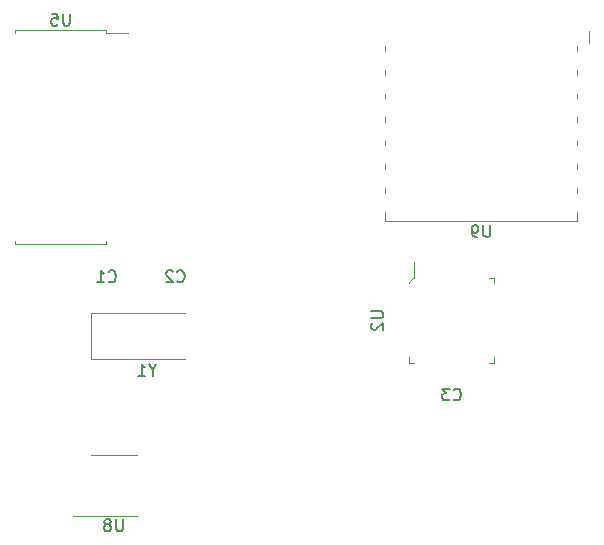
<source format=gbr>
G04 #@! TF.GenerationSoftware,KiCad,Pcbnew,(5.1.2)-2*
G04 #@! TF.CreationDate,2019-10-30T20:43:34-04:00*
G04 #@! TF.ProjectId,Thermostat_Layout,54686572-6d6f-4737-9461-745f4c61796f,rev?*
G04 #@! TF.SameCoordinates,Original*
G04 #@! TF.FileFunction,Legend,Bot*
G04 #@! TF.FilePolarity,Positive*
%FSLAX46Y46*%
G04 Gerber Fmt 4.6, Leading zero omitted, Abs format (unit mm)*
G04 Created by KiCad (PCBNEW (5.1.2)-2) date 2019-10-30 20:43:34*
%MOMM*%
%LPD*%
G04 APERTURE LIST*
%ADD10C,0.120000*%
%ADD11C,0.100000*%
%ADD12C,0.150000*%
G04 APERTURE END LIST*
D10*
X165180000Y-90600000D02*
X165180000Y-91420000D01*
X165180000Y-91420000D02*
X181420000Y-91420000D01*
X181420000Y-91420000D02*
X181420000Y-90600000D01*
X182450000Y-75300000D02*
X182450000Y-76300000D01*
X181420000Y-89000000D02*
X181420000Y-88600000D01*
X165180000Y-89000000D02*
X165180000Y-88600000D01*
X181420000Y-87000000D02*
X181420000Y-86600000D01*
X165180000Y-87000000D02*
X165180000Y-86600000D01*
X181420000Y-85000000D02*
X181420000Y-84600000D01*
X165180000Y-85000000D02*
X165180000Y-84600000D01*
X181420000Y-83000000D02*
X181420000Y-82600000D01*
X165180000Y-83000000D02*
X165180000Y-82600000D01*
X181420000Y-81000000D02*
X181420000Y-80600000D01*
X165180000Y-81000000D02*
X165180000Y-80600000D01*
X181420000Y-79000000D02*
X181420000Y-78600000D01*
X165180000Y-79000000D02*
X165180000Y-78600000D01*
X181420000Y-77000000D02*
X181420000Y-76600000D01*
X165180000Y-77000000D02*
X165180000Y-76600000D01*
X140225000Y-99150000D02*
X148200000Y-99150000D01*
X140225000Y-103050000D02*
X140225000Y-99150000D01*
X148200000Y-103050000D02*
X140225000Y-103050000D01*
X142200000Y-116360000D02*
X138750000Y-116360000D01*
X142200000Y-116360000D02*
X144150000Y-116360000D01*
X142200000Y-111240000D02*
X140250000Y-111240000D01*
X142200000Y-111240000D02*
X144150000Y-111240000D01*
X141560000Y-75485000D02*
X143375000Y-75485000D01*
X141560000Y-75240000D02*
X141560000Y-75485000D01*
X137700000Y-75240000D02*
X141560000Y-75240000D01*
X133840000Y-75240000D02*
X133840000Y-75485000D01*
X137700000Y-75240000D02*
X133840000Y-75240000D01*
X141560000Y-93360000D02*
X141560000Y-93115000D01*
X137700000Y-93360000D02*
X141560000Y-93360000D01*
X133840000Y-93360000D02*
X133840000Y-93115000D01*
X137700000Y-93360000D02*
X133840000Y-93360000D01*
D11*
X167200000Y-96650000D02*
X167200000Y-96550000D01*
X167200000Y-96550000D02*
X167550000Y-96200000D01*
X167550000Y-96200000D02*
X167650000Y-96200000D01*
X167650000Y-96200000D02*
X167650000Y-94900000D01*
X167200000Y-103400000D02*
X167200000Y-102950000D01*
X167200000Y-103400000D02*
X167650000Y-103400000D01*
X174400000Y-103400000D02*
X173950000Y-103400000D01*
X174400000Y-103400000D02*
X174400000Y-102950000D01*
X174400000Y-96200000D02*
X174400000Y-96650000D01*
X174400000Y-96200000D02*
X173950000Y-96200000D01*
D12*
X174061904Y-91752380D02*
X174061904Y-92561904D01*
X174014285Y-92657142D01*
X173966666Y-92704761D01*
X173871428Y-92752380D01*
X173680952Y-92752380D01*
X173585714Y-92704761D01*
X173538095Y-92657142D01*
X173490476Y-92561904D01*
X173490476Y-91752380D01*
X172966666Y-92752380D02*
X172776190Y-92752380D01*
X172680952Y-92704761D01*
X172633333Y-92657142D01*
X172538095Y-92514285D01*
X172490476Y-92323809D01*
X172490476Y-91942857D01*
X172538095Y-91847619D01*
X172585714Y-91800000D01*
X172680952Y-91752380D01*
X172871428Y-91752380D01*
X172966666Y-91800000D01*
X173014285Y-91847619D01*
X173061904Y-91942857D01*
X173061904Y-92180952D01*
X173014285Y-92276190D01*
X172966666Y-92323809D01*
X172871428Y-92371428D01*
X172680952Y-92371428D01*
X172585714Y-92323809D01*
X172538095Y-92276190D01*
X172490476Y-92180952D01*
X145476190Y-104026190D02*
X145476190Y-104502380D01*
X145809523Y-103502380D02*
X145476190Y-104026190D01*
X145142857Y-103502380D01*
X144285714Y-104502380D02*
X144857142Y-104502380D01*
X144571428Y-104502380D02*
X144571428Y-103502380D01*
X144666666Y-103645238D01*
X144761904Y-103740476D01*
X144857142Y-103788095D01*
X142961904Y-116652380D02*
X142961904Y-117461904D01*
X142914285Y-117557142D01*
X142866666Y-117604761D01*
X142771428Y-117652380D01*
X142580952Y-117652380D01*
X142485714Y-117604761D01*
X142438095Y-117557142D01*
X142390476Y-117461904D01*
X142390476Y-116652380D01*
X141771428Y-117080952D02*
X141866666Y-117033333D01*
X141914285Y-116985714D01*
X141961904Y-116890476D01*
X141961904Y-116842857D01*
X141914285Y-116747619D01*
X141866666Y-116700000D01*
X141771428Y-116652380D01*
X141580952Y-116652380D01*
X141485714Y-116700000D01*
X141438095Y-116747619D01*
X141390476Y-116842857D01*
X141390476Y-116890476D01*
X141438095Y-116985714D01*
X141485714Y-117033333D01*
X141580952Y-117080952D01*
X141771428Y-117080952D01*
X141866666Y-117128571D01*
X141914285Y-117176190D01*
X141961904Y-117271428D01*
X141961904Y-117461904D01*
X141914285Y-117557142D01*
X141866666Y-117604761D01*
X141771428Y-117652380D01*
X141580952Y-117652380D01*
X141485714Y-117604761D01*
X141438095Y-117557142D01*
X141390476Y-117461904D01*
X141390476Y-117271428D01*
X141438095Y-117176190D01*
X141485714Y-117128571D01*
X141580952Y-117080952D01*
X138461904Y-73852380D02*
X138461904Y-74661904D01*
X138414285Y-74757142D01*
X138366666Y-74804761D01*
X138271428Y-74852380D01*
X138080952Y-74852380D01*
X137985714Y-74804761D01*
X137938095Y-74757142D01*
X137890476Y-74661904D01*
X137890476Y-73852380D01*
X136938095Y-73852380D02*
X137414285Y-73852380D01*
X137461904Y-74328571D01*
X137414285Y-74280952D01*
X137319047Y-74233333D01*
X137080952Y-74233333D01*
X136985714Y-74280952D01*
X136938095Y-74328571D01*
X136890476Y-74423809D01*
X136890476Y-74661904D01*
X136938095Y-74757142D01*
X136985714Y-74804761D01*
X137080952Y-74852380D01*
X137319047Y-74852380D01*
X137414285Y-74804761D01*
X137461904Y-74757142D01*
X164002380Y-99038095D02*
X164811904Y-99038095D01*
X164907142Y-99085714D01*
X164954761Y-99133333D01*
X165002380Y-99228571D01*
X165002380Y-99419047D01*
X164954761Y-99514285D01*
X164907142Y-99561904D01*
X164811904Y-99609523D01*
X164002380Y-99609523D01*
X164097619Y-100038095D02*
X164050000Y-100085714D01*
X164002380Y-100180952D01*
X164002380Y-100419047D01*
X164050000Y-100514285D01*
X164097619Y-100561904D01*
X164192857Y-100609523D01*
X164288095Y-100609523D01*
X164430952Y-100561904D01*
X165002380Y-99990476D01*
X165002380Y-100609523D01*
X170966666Y-106487142D02*
X171014285Y-106534761D01*
X171157142Y-106582380D01*
X171252380Y-106582380D01*
X171395238Y-106534761D01*
X171490476Y-106439523D01*
X171538095Y-106344285D01*
X171585714Y-106153809D01*
X171585714Y-106010952D01*
X171538095Y-105820476D01*
X171490476Y-105725238D01*
X171395238Y-105630000D01*
X171252380Y-105582380D01*
X171157142Y-105582380D01*
X171014285Y-105630000D01*
X170966666Y-105677619D01*
X170633333Y-105582380D02*
X170014285Y-105582380D01*
X170347619Y-105963333D01*
X170204761Y-105963333D01*
X170109523Y-106010952D01*
X170061904Y-106058571D01*
X170014285Y-106153809D01*
X170014285Y-106391904D01*
X170061904Y-106487142D01*
X170109523Y-106534761D01*
X170204761Y-106582380D01*
X170490476Y-106582380D01*
X170585714Y-106534761D01*
X170633333Y-106487142D01*
X147566666Y-96487142D02*
X147614285Y-96534761D01*
X147757142Y-96582380D01*
X147852380Y-96582380D01*
X147995238Y-96534761D01*
X148090476Y-96439523D01*
X148138095Y-96344285D01*
X148185714Y-96153809D01*
X148185714Y-96010952D01*
X148138095Y-95820476D01*
X148090476Y-95725238D01*
X147995238Y-95630000D01*
X147852380Y-95582380D01*
X147757142Y-95582380D01*
X147614285Y-95630000D01*
X147566666Y-95677619D01*
X147185714Y-95677619D02*
X147138095Y-95630000D01*
X147042857Y-95582380D01*
X146804761Y-95582380D01*
X146709523Y-95630000D01*
X146661904Y-95677619D01*
X146614285Y-95772857D01*
X146614285Y-95868095D01*
X146661904Y-96010952D01*
X147233333Y-96582380D01*
X146614285Y-96582380D01*
X141766666Y-96487142D02*
X141814285Y-96534761D01*
X141957142Y-96582380D01*
X142052380Y-96582380D01*
X142195238Y-96534761D01*
X142290476Y-96439523D01*
X142338095Y-96344285D01*
X142385714Y-96153809D01*
X142385714Y-96010952D01*
X142338095Y-95820476D01*
X142290476Y-95725238D01*
X142195238Y-95630000D01*
X142052380Y-95582380D01*
X141957142Y-95582380D01*
X141814285Y-95630000D01*
X141766666Y-95677619D01*
X140814285Y-96582380D02*
X141385714Y-96582380D01*
X141100000Y-96582380D02*
X141100000Y-95582380D01*
X141195238Y-95725238D01*
X141290476Y-95820476D01*
X141385714Y-95868095D01*
M02*

</source>
